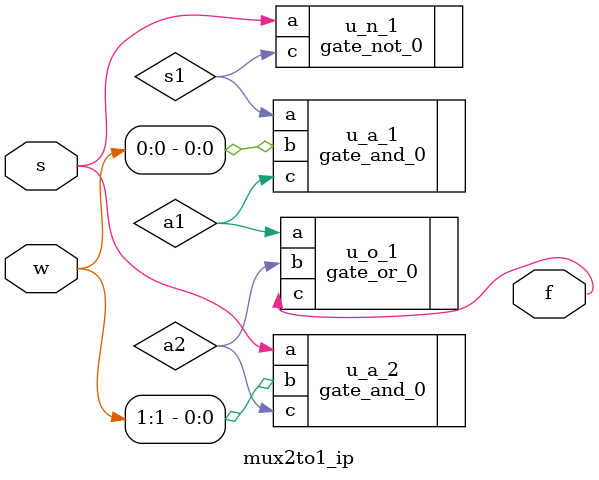
<source format=v>
module mux2to1_ip(input s,
                  input [1:0] w,
                  output f);
    wire s1;
    wire a1;
    wire a2;
    
    gate_not_0 u_n_1(.a(s), .c(s1));
    gate_and_0 u_a_1(.a(s1), .b(w[0]), .c(a1));
    gate_and_0 u_a_2(.a(s), .b(w[1]), .c(a2));
    gate_or_0 u_o_1(.a(a1), .b(a2), .c(f));

endmodule

</source>
